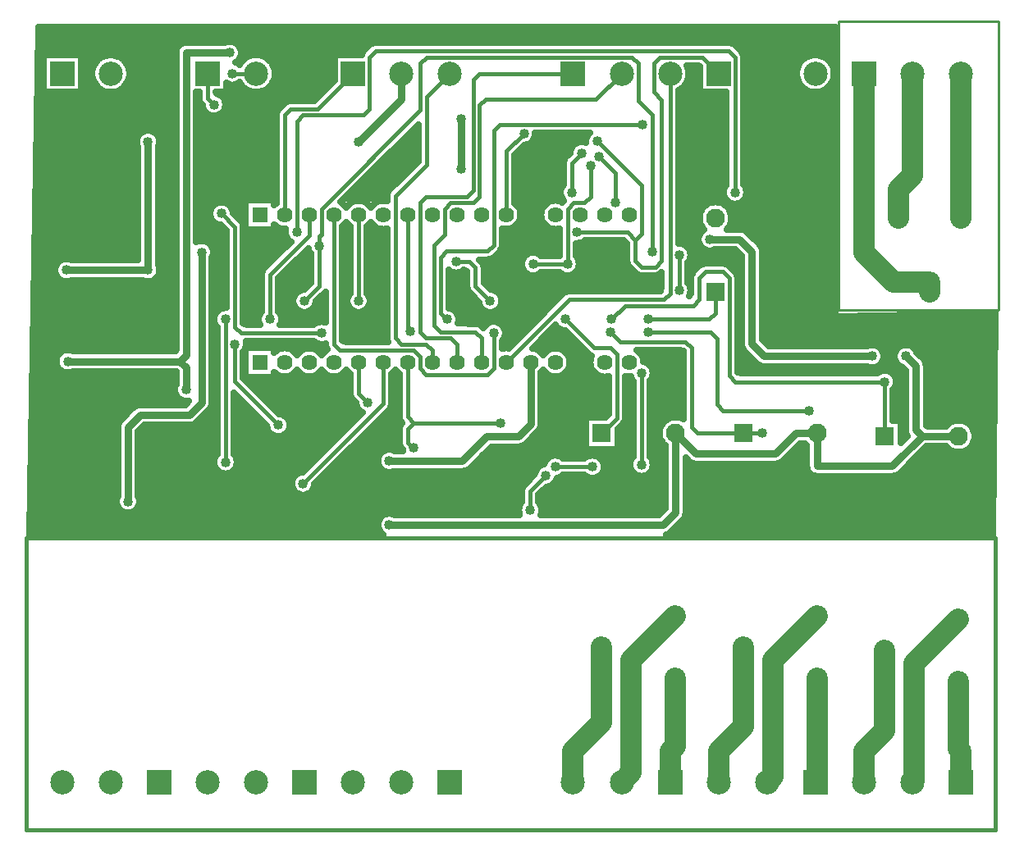
<source format=gbr>
%TF.GenerationSoftware,Novarm,DipTrace,3.0.0.2*%
%TF.CreationDate,2017-03-05T12:28:50+02:00*%
%FSLAX26Y26*%
%MOIN*%
%TF.FileFunction,Copper,L2,Bot*%
%TF.Part,Single*%
%TA.AperFunction,Conductor*%
%ADD14C,0.015*%
%ADD16C,0.03*%
%ADD18C,0.085*%
%ADD20C,0.025591*%
%TA.AperFunction,CopperBalancing*%
%ADD21C,0.025*%
%TA.AperFunction,Nonconductor*%
%ADD23C,0.01*%
%TA.AperFunction,ComponentPad*%
%ADD35R,0.06378X0.06378*%
%ADD36C,0.06378*%
%ADD37R,0.098425X0.098425*%
%ADD38C,0.098425*%
%ADD39C,0.076772*%
%ADD40R,0.076772X0.076772*%
%TA.AperFunction,ViaPad*%
%ADD50C,0.04*%
%TA.AperFunction,Nonconductor*%
%ADD98C,0.015*%
G75*
G01*
%LPD*%
X2681500Y2899394D2*
D14*
X2886165D1*
X2918390Y2867169D1*
Y2781500D1*
X2943390Y2756500D1*
X2999295D1*
X3024295Y2781500D1*
Y3436067D1*
X2992642Y3467720D1*
Y3585319D1*
X3017642Y3610319D1*
X3189492D1*
X3256205Y3543606D1*
X2918390Y2867169D2*
X2943390Y2892169D1*
Y3090338D1*
X2764728Y3269000D1*
X2771228Y3206500D2*
X2837764Y3139964D1*
Y3018390D1*
X2465890Y3299394D2*
X2394000Y3227504D1*
Y2969000D1*
X3880654Y2394000D2*
D16*
X3442386D1*
X3392386Y2444000D1*
Y2819000D1*
X3342386Y2869000D1*
X3220618D1*
X4231500Y2069000D2*
X4083114D1*
X4058114Y2094000D1*
Y2354040D1*
X4018154Y2394000D1*
X1919000Y1708606D2*
X3031500D1*
X3081500Y1758606D1*
Y2081500D1*
X1919000Y1968594D2*
X2215660D1*
X2315657Y2068591D1*
X2444000D1*
X2494000Y2118591D1*
Y2369000D1*
X1968803Y3543606D2*
Y3440299D1*
X1794000Y3265496D1*
X857508Y1803323D2*
Y2105594D1*
X907508Y2155594D1*
X1106500D1*
X1156500Y2205594D1*
Y2816894D1*
X3656500Y2081500D2*
Y1948114D1*
X3962228D1*
X4083114Y2069000D1*
X3081500Y2081500D2*
X3164886Y1998114D1*
X3486366D1*
X3569752Y2081500D1*
X3656500D1*
X2165654Y3543606D2*
D14*
X2070516Y3448469D1*
Y3172764D1*
X1943390Y3045638D1*
Y2468390D1*
X1968390Y2443390D1*
X2069000D1*
X2094000Y2418390D1*
Y2369000D1*
X2665654Y3543606D2*
X2284472D1*
X2259472Y3518606D1*
Y3068390D1*
X2234472Y3043390D1*
X2068390D1*
X2043390Y3018390D1*
Y2493390D1*
X2068390Y2468390D1*
X2169000D1*
X2194000Y2443390D1*
Y2369000D1*
X2862504Y3543606D2*
X2758069Y3439171D1*
X2309472D1*
X2284472Y3414171D1*
Y3043390D1*
X2259472Y3018390D1*
X2168390D1*
X2143390Y2993390D1*
Y2887327D1*
X2101972Y2845909D1*
Y2518390D1*
X2126972Y2493390D1*
X2269000D1*
X2294000Y2468390D1*
Y2369000D1*
X3059354Y3543606D2*
Y2650618D1*
X3034354Y2625618D1*
X2650618D1*
X2394000Y2369000D1*
X1494000Y2969000D2*
Y3374394D1*
X1519000Y3399394D1*
X1627740D1*
X1771953Y3543606D1*
X1794000Y2618803D2*
Y2969000D1*
X2343390Y2488409D2*
Y2344610D1*
X2318390Y2319610D1*
X2068390D1*
X2043390Y2344610D1*
Y2393390D1*
X2018390Y2418390D1*
X1719000D1*
X1694000Y2443390D1*
Y2969000D1*
X1434472Y2544197D2*
Y2726543D1*
X1594000Y2886071D1*
Y2969000D1*
X1094000Y2258508D2*
D16*
Y2348488D1*
X1069000Y2373488D1*
X613134D1*
X1270614Y3627819D2*
X1094000D1*
Y2398488D1*
X1069000Y2373488D1*
X2211972Y3360496D2*
Y3156697D1*
X2781500Y2081500D2*
D14*
X2843390Y2143390D1*
Y2403390D1*
X2818390Y2428390D1*
X2750224D1*
X2634614Y2544000D1*
X1236894Y2974020D2*
X1291028Y2919886D1*
Y2513606D1*
X1316028Y2488606D1*
X1644000D1*
X2735870Y3169000D2*
Y3043390D1*
X2710870Y3018390D1*
X2668390D1*
X2643390Y2993390D1*
Y2769000D1*
X2503528D1*
X2943390Y1953114D2*
Y2325236D1*
X2328528Y2618803D2*
X2269004Y2678327D1*
Y2754591D1*
X2244004Y2779591D1*
X2191028D1*
X2700870Y3219000D2*
X2660870Y3179000D1*
Y3059890D1*
X3322917D2*
Y3610319D1*
X3297917Y3635319D1*
X1863665D1*
X1838665Y3610319D1*
Y3399394D1*
X1813662Y3374391D1*
X1568390D1*
X1543390Y3349391D1*
Y2898992D1*
X2986795Y2819000D2*
Y3374394D1*
X2929217Y3431972D1*
Y3585319D1*
X2904217Y3610319D1*
X2070516D1*
X2045516Y3585319D1*
Y3394059D1*
X1643390Y2991933D1*
Y2890221D1*
X1634472Y2881303D1*
Y2843803D1*
Y2679000D1*
X1574472Y2619000D1*
X1467996Y2113980D2*
X1291028Y2290948D1*
Y2443390D1*
X1253528Y1963587D2*
Y2544598D1*
X2744000Y1944752D2*
X2592996D1*
X2555496Y1909394D2*
X2491028Y1844926D1*
Y1769000D1*
X607780Y2744197D2*
D16*
X938528D1*
Y3265496D1*
X2153528Y2544000D2*
D14*
X2126972Y2570556D1*
Y2795909D1*
X2151972Y2820909D1*
X2318390D1*
X2343390Y2845909D1*
Y3311894D1*
X2368390Y3336894D1*
X2618393D1*
X2948469D1*
X3435142Y2081500D2*
X3356500D1*
X3172386D1*
X3147386Y2106500D1*
Y2428390D1*
X3122386Y2453390D1*
X2855894D1*
X2818394Y2490890D1*
X2821972Y2544000D2*
X2878590Y2600618D1*
X3153118D1*
X3178118Y2625618D1*
Y2712386D1*
X3203118Y2737386D1*
X3274886D1*
X3299886Y2712386D1*
Y2315496D1*
X3324886Y2290496D1*
X3931500D1*
Y2069000D1*
X3244000Y2656500D2*
Y2569000D1*
X3219000Y2544000D1*
X2971972D1*
X3096854Y2661894D2*
Y2805890D1*
X3624748Y2172508D2*
X3274886D1*
X3249886Y2197508D1*
Y2465890D1*
X3224886Y2490890D1*
X2971972D1*
X2003528Y2494004D2*
X1994000Y2503532D1*
Y2969000D1*
X2665654Y661717D2*
D18*
Y788430D1*
X2781500Y904276D1*
Y1211421D1*
X2862504Y661717D2*
X2901500Y700713D1*
Y1157406D1*
X3081500Y1337406D1*
X3059354Y661717D2*
Y788429D1*
X3081500Y810575D1*
Y1085437D1*
X3256205Y661717D2*
Y788429D1*
X3356500Y888724D1*
Y1211421D1*
X3453055Y661717D2*
X3476500Y685161D1*
Y1157406D1*
X3656500Y1337406D1*
X3649906Y661717D2*
X3656500Y668311D1*
Y1085437D1*
X3846756Y661717D2*
Y788429D1*
X3931500Y873173D1*
Y1198921D1*
X4043606Y661717D2*
X4051500Y669610D1*
Y1144906D1*
X4231500Y1324906D1*
X4240457Y661717D2*
Y788429D1*
X4231500Y797386D1*
Y1072937D1*
X3846756Y3543606D2*
Y2814890D1*
X3966756Y2694890D1*
X4114079D1*
Y2656500D1*
X4043606Y3543606D2*
Y3127898D1*
X3988094Y3072386D1*
Y2956500D1*
X4240457Y3543606D2*
Y3177091D1*
X4240063Y3176697D1*
Y2956500D1*
X1281500Y3543606D2*
D14*
X1378252D1*
X1206697Y3417169D2*
X1181402Y3442464D1*
Y3543606D1*
X1794000Y2369000D2*
Y2242996D1*
X1830496Y2206500D1*
X1894000Y2369000D2*
Y2201953D1*
X1569000Y1876953D1*
X2019000Y2023594D2*
X2014000D1*
X1994000Y2043594D1*
Y2098591D1*
X2019000Y2123591D1*
X2370654D1*
X1994000Y2369000D2*
Y2148591D1*
X2019000Y2123591D1*
X943843Y2100594D2*
D16*
X912504Y2069255D1*
Y1998587D1*
X947504Y1963587D1*
X1022504D1*
X1575102Y3543606D2*
Y3662819D1*
X1550102Y3687819D1*
X1034551D1*
X984551Y3637819D1*
Y3543606D1*
X1575102Y3662819D2*
X1600103Y3687819D1*
X3403055D1*
X3453055Y3637819D1*
Y3543606D1*
X2494000Y3040890D2*
Y2969000D1*
X2201028Y2719591D2*
X2174472Y2693035D1*
Y2619000D1*
X2361972Y1844000D2*
X2365657Y1847685D1*
Y1949752D1*
X2415657Y1999752D1*
X2644000D1*
X2694000Y2049752D1*
Y2369000D1*
X1749472Y1769197D2*
X2287169D1*
X2361972Y1844000D1*
X1022504Y1963587D2*
X1216894Y1769197D1*
X1749472D1*
X984551Y3543606D2*
Y3324985D1*
X993528Y3316008D1*
Y3110890D1*
X3577268Y3122504D2*
Y2932890D1*
X3524492Y2880114D1*
Y2504669D1*
X3453055Y3543606D2*
Y3246717D1*
X3577268Y3122504D1*
X2351028Y2769000D2*
D20*
X2448430Y2671598D1*
X2666126D1*
X2813528Y2819000D1*
X2494000Y2969000D2*
D16*
Y2857445D1*
X2427114Y2790559D1*
Y2769000D1*
X2351028D1*
D50*
X2681500Y2899394D3*
X2764728Y3269000D3*
X2837764Y3018390D3*
X2771228Y3206500D3*
X2465890Y3299394D3*
X3220618Y2869000D3*
X4018154Y2394000D3*
X1919000Y1968594D3*
X1794000Y3265496D3*
X1156500Y2816894D3*
X857508Y1803323D3*
X3880654Y2394000D3*
X1919000Y1708606D3*
X1794000Y2618803D3*
X2343390Y2488409D3*
X1434472Y2544197D3*
X613134Y2373488D3*
X1094000Y2258508D3*
X2211972Y3156697D3*
X1270614Y3627819D3*
X2211972Y3360496D3*
X2634614Y2544000D3*
X1644000Y2488606D3*
X1236894Y2974020D3*
X2503528Y2769000D3*
X2735870Y3169000D3*
X2643390Y2769000D3*
X2943390Y2325236D3*
Y1953114D3*
X2191028Y2779591D3*
X2328528Y2618803D3*
X2660870Y3059890D3*
X2700870Y3219000D3*
X1543390Y2898992D3*
X3322917Y3059890D3*
X1574472Y2619000D3*
X2986795Y2819000D3*
X1634472Y2843803D3*
X1291028Y2443390D3*
X1467996Y2113980D3*
X1253528Y2544598D3*
Y1963587D3*
X2592996Y1944752D3*
X2744000D3*
X2491028Y1769000D3*
X2555496Y1909394D3*
X938528Y3265496D3*
Y2744197D3*
X607780D3*
X2153528Y2544000D3*
X2948469Y3336894D3*
X2818394Y2490890D3*
X3435142Y2081500D3*
X2821972Y2544000D3*
X3931500Y2290496D3*
X2971972Y2544000D3*
X3096854Y2805890D3*
Y2661894D3*
X2971972Y2490890D3*
X3624748Y2172508D3*
X2003528Y2494004D3*
X1281500Y3543606D3*
X1206697Y3417169D3*
X1830496Y2206500D3*
X1569000Y1876953D3*
X2370654Y2123591D3*
X2019000Y2023594D3*
X993528Y3110890D3*
X2813528Y2819000D3*
X1022504Y1963587D3*
X943843Y2100594D3*
X3577268Y3122504D3*
X2494000Y3040890D3*
X1749472Y1769197D3*
X3524492Y2504669D3*
X2174472Y2619000D3*
X2201028Y2719591D3*
X2361972Y1844000D3*
X2351028Y2769000D3*
X495841Y3706631D2*
D21*
X3729024D1*
X495401Y3681762D2*
X3729024D1*
X494913Y3656894D2*
X1061886D1*
X1309415D2*
X1834688D1*
X3326896D2*
X3729024D1*
X494474Y3632025D2*
X1050216D1*
X1319425D2*
X1810030D1*
X3351554D2*
X3729024D1*
X494034Y3607156D2*
X512618D1*
X669083D2*
X744063D1*
X831339D2*
X1050021D1*
X1314786D2*
X1334591D1*
X1421915D2*
X1693722D1*
X3359415D2*
X3606271D1*
X3693546D2*
X3729024D1*
X493595Y3582287D2*
X512618D1*
X669083D2*
X720138D1*
X855265D2*
X1050021D1*
X1445841D2*
X1693722D1*
X3359415D2*
X3582296D1*
X493155Y3557419D2*
X512618D1*
X669083D2*
X710763D1*
X864640D2*
X1050021D1*
X1455216D2*
X1693722D1*
X3136319D2*
X3177999D1*
X3359415D2*
X3572970D1*
X492716Y3532550D2*
X512618D1*
X669083D2*
X710323D1*
X865079D2*
X1050021D1*
X1455655D2*
X1693722D1*
X3136759D2*
X3177999D1*
X3359415D2*
X3572481D1*
X492276Y3507681D2*
X512618D1*
X669083D2*
X718575D1*
X856827D2*
X1050021D1*
X1447403D2*
X1685470D1*
X3128507D2*
X3177999D1*
X3359415D2*
X3580782D1*
X491788Y3482812D2*
X512618D1*
X669083D2*
X740060D1*
X835343D2*
X1050021D1*
X1259610D2*
X1330636D1*
X1425870D2*
X1660616D1*
X3106974D2*
X3177999D1*
X3359415D2*
X3602267D1*
X3697550D2*
X3729024D1*
X491349Y3457944D2*
X1050021D1*
X1231534D2*
X1635714D1*
X3095841D2*
X3286446D1*
X3359415D2*
X3729024D1*
X490909Y3433075D2*
X1050021D1*
X1252872D2*
X1511935D1*
X3095841D2*
X3286446D1*
X3359415D2*
X3729024D1*
X490470Y3408206D2*
X1050021D1*
X1137979D2*
X1158565D1*
X1254825D2*
X1477267D1*
X3095841D2*
X3286446D1*
X3359415D2*
X3729024D1*
X490030Y3383337D2*
X1050021D1*
X1137979D2*
X1172286D1*
X1241104D2*
X1458712D1*
X3095841D2*
X3286446D1*
X3359415D2*
X3729024D1*
X489591Y3358469D2*
X1050021D1*
X1137979D2*
X1457491D1*
X3095841D2*
X3286446D1*
X3359415D2*
X3729024D1*
X489151Y3333600D2*
X1050021D1*
X1137979D2*
X1457491D1*
X3095841D2*
X3286446D1*
X3359415D2*
X3729024D1*
X488663Y3308731D2*
X918917D1*
X958146D2*
X1050021D1*
X1137979D2*
X1457491D1*
X2010733D2*
X2034005D1*
X3095841D2*
X3286446D1*
X3359415D2*
X3729024D1*
X488224Y3283862D2*
X893331D1*
X983731D2*
X1050021D1*
X1137979D2*
X1457491D1*
X1985880D2*
X2034005D1*
X2512198D2*
X2718185D1*
X3095841D2*
X3286446D1*
X3359415D2*
X3729024D1*
X487784Y3258993D2*
X889962D1*
X987052D2*
X1050021D1*
X1137979D2*
X1457491D1*
X1961026D2*
X2034005D1*
X2491397D2*
X2674630D1*
X3095841D2*
X3286446D1*
X3359415D2*
X3729024D1*
X487345Y3234125D2*
X894552D1*
X982511D2*
X1050021D1*
X1137979D2*
X1457491D1*
X1936124D2*
X2034005D1*
X2451163D2*
X2654415D1*
X3095841D2*
X3286446D1*
X3359415D2*
X3729024D1*
X486905Y3209256D2*
X894552D1*
X982511D2*
X1050021D1*
X1137979D2*
X1457491D1*
X1911271D2*
X2034005D1*
X2430509D2*
X2640548D1*
X3095841D2*
X3286446D1*
X3359415D2*
X3729024D1*
X486466Y3184387D2*
X894552D1*
X982511D2*
X1050021D1*
X1137979D2*
X1457491D1*
X1886417D2*
X2031563D1*
X2430509D2*
X2624825D1*
X3095841D2*
X3286446D1*
X3359415D2*
X3729024D1*
X486026Y3159518D2*
X894552D1*
X982511D2*
X1050021D1*
X1137979D2*
X1457491D1*
X1861563D2*
X2006710D1*
X2430509D2*
X2624386D1*
X3095841D2*
X3286446D1*
X3359415D2*
X3729024D1*
X485538Y3134650D2*
X894552D1*
X982511D2*
X1050021D1*
X1137979D2*
X1457491D1*
X1836661D2*
X1981856D1*
X2430509D2*
X2624386D1*
X3095841D2*
X3286446D1*
X3359415D2*
X3729024D1*
X485099Y3109781D2*
X894552D1*
X982511D2*
X1050021D1*
X1137979D2*
X1457491D1*
X1811808D2*
X1956954D1*
X2430509D2*
X2624386D1*
X3095841D2*
X3286446D1*
X3359415D2*
X3729024D1*
X484659Y3084912D2*
X894552D1*
X982511D2*
X1050021D1*
X1137979D2*
X1457491D1*
X1786954D2*
X1932101D1*
X2430509D2*
X2619161D1*
X3095841D2*
X3281222D1*
X3364591D2*
X3729024D1*
X484220Y3060043D2*
X894552D1*
X982511D2*
X1050021D1*
X1137979D2*
X1457491D1*
X1762052D2*
X1910128D1*
X2430509D2*
X2611886D1*
X3095841D2*
X3273897D1*
X3371915D2*
X3729024D1*
X483780Y3035175D2*
X894552D1*
X982511D2*
X1050021D1*
X1137979D2*
X1457491D1*
X1737198D2*
X1906905D1*
X2430509D2*
X2618966D1*
X3095841D2*
X3281026D1*
X3364786D2*
X3729024D1*
X483341Y3010306D2*
X894552D1*
X982511D2*
X1050021D1*
X1137979D2*
X1205294D1*
X1268497D2*
X1333126D1*
X2437784D2*
X2550216D1*
X3095841D2*
X3205245D1*
X3282755D2*
X3729024D1*
X482853Y2985437D2*
X894552D1*
X982511D2*
X1050021D1*
X1137979D2*
X1189327D1*
X1284464D2*
X1333126D1*
X2452530D2*
X2535470D1*
X3095841D2*
X3183419D1*
X3304581D2*
X3729024D1*
X482413Y2960568D2*
X894552D1*
X982511D2*
X1050021D1*
X1137979D2*
X1189864D1*
X1300919D2*
X1333126D1*
X2454288D2*
X2533712D1*
X3095841D2*
X3176729D1*
X3311271D2*
X3729024D1*
X481974Y2935699D2*
X894552D1*
X982511D2*
X1050021D1*
X1137979D2*
X1208077D1*
X2444474D2*
X2543526D1*
X3095841D2*
X3180050D1*
X3307950D2*
X3729024D1*
X481534Y2910831D2*
X894552D1*
X982511D2*
X1050021D1*
X1137979D2*
X1249532D1*
X1454874D2*
X1486446D1*
X1730509D2*
X1757491D1*
X1830509D2*
X1886446D1*
X2401541D2*
X2586446D1*
X3095841D2*
X3195431D1*
X3292569D2*
X3729024D1*
X481095Y2885962D2*
X894552D1*
X982511D2*
X1050021D1*
X1137979D2*
X1254562D1*
X1327530D2*
X1496261D1*
X1730509D2*
X1757491D1*
X1830509D2*
X1906905D1*
X2379874D2*
X2606905D1*
X3095841D2*
X3174825D1*
X3386612D2*
X3729024D1*
X480655Y2861093D2*
X894552D1*
X982511D2*
X1050021D1*
X1173429D2*
X1254562D1*
X1327530D2*
X1513937D1*
X1730509D2*
X1757491D1*
X1830509D2*
X1906905D1*
X2379874D2*
X2606905D1*
X2710392D2*
X2873897D1*
X3095841D2*
X3172286D1*
X3411466D2*
X3729024D1*
X480216Y2836224D2*
X894552D1*
X982511D2*
X1050021D1*
X1201310D2*
X1254562D1*
X1327530D2*
X1493575D1*
X1730509D2*
X1757491D1*
X1830509D2*
X1906905D1*
X2378458D2*
X2606905D1*
X2679874D2*
X2881905D1*
X3134610D2*
X3185128D1*
X3432608D2*
X3729024D1*
X479728Y2811356D2*
X894552D1*
X982511D2*
X1050021D1*
X1205167D2*
X1254562D1*
X1327530D2*
X1468722D1*
X1569864D2*
X1597970D1*
X1730509D2*
X1757491D1*
X1830509D2*
X1906905D1*
X2359415D2*
X2481856D1*
X2525235D2*
X2606905D1*
X2679874D2*
X2881905D1*
X3145548D2*
X3338839D1*
X3436368D2*
X3729024D1*
X479288Y2786487D2*
X585958D1*
X629630D2*
X894552D1*
X982511D2*
X1050021D1*
X1200479D2*
X1254562D1*
X1327530D2*
X1443868D1*
X1544962D2*
X1597970D1*
X1730509D2*
X1757491D1*
X1830509D2*
X1906905D1*
X2287687D2*
X2457931D1*
X2688956D2*
X2881905D1*
X3141593D2*
X3348409D1*
X3436368D2*
X3729024D1*
X478849Y2761618D2*
X562179D1*
X984122D2*
X1050021D1*
X1200479D2*
X1254562D1*
X1327530D2*
X1418966D1*
X1520108D2*
X1597970D1*
X1730509D2*
X1757491D1*
X1830509D2*
X1906905D1*
X2304776D2*
X2455099D1*
X2691788D2*
X2888302D1*
X3133341D2*
X3176778D1*
X3301212D2*
X3348409D1*
X3436368D2*
X3729024D1*
X478409Y2736749D2*
X559396D1*
X986905D2*
X1050021D1*
X1200479D2*
X1254562D1*
X1327530D2*
X1399532D1*
X1495255D2*
X1597970D1*
X1730509D2*
X1757491D1*
X1830509D2*
X1906905D1*
X2211612D2*
X2232540D1*
X2305509D2*
X2467550D1*
X2679386D2*
X2912569D1*
X3133341D2*
X3151925D1*
X3326065D2*
X3348409D1*
X3436368D2*
X3729024D1*
X477970Y2711881D2*
X571847D1*
X974454D2*
X1050021D1*
X1200479D2*
X1254562D1*
X1327530D2*
X1397970D1*
X1470938D2*
X1597970D1*
X1730509D2*
X1757491D1*
X1830509D2*
X1906905D1*
X2163468D2*
X2232540D1*
X2305509D2*
X3022872D1*
X3436368D2*
X3729024D1*
X477530Y2687012D2*
X1050021D1*
X1200479D2*
X1254562D1*
X1327530D2*
X1397970D1*
X1470938D2*
X1591915D1*
X1730509D2*
X1757491D1*
X1830509D2*
X1906905D1*
X2163468D2*
X2232540D1*
X2310880D2*
X3022872D1*
X3436368D2*
X3729024D1*
X477091Y2662143D2*
X1050021D1*
X1200479D2*
X1254562D1*
X1327530D2*
X1397970D1*
X1470938D2*
X1554610D1*
X1730509D2*
X1757491D1*
X1830509D2*
X1906905D1*
X2163468D2*
X2236642D1*
X2347892D2*
X3020333D1*
X3436368D2*
X3729024D1*
X476603Y2637274D2*
X1050021D1*
X1200479D2*
X1254562D1*
X1327530D2*
X1397970D1*
X1470938D2*
X1529220D1*
X1643302D2*
X1657491D1*
X1730509D2*
X1748849D1*
X1839151D2*
X1906905D1*
X2163468D2*
X2259493D1*
X2373722D2*
X2611690D1*
X3436368D2*
X3729024D1*
X476163Y2612406D2*
X1050021D1*
X1200479D2*
X1254562D1*
X1327530D2*
X1397970D1*
X1470938D2*
X1525948D1*
X1622989D2*
X1657491D1*
X1730509D2*
X1745431D1*
X1842569D2*
X1906905D1*
X2163468D2*
X2279952D1*
X2377091D2*
X2586837D1*
X3436368D2*
X3729024D1*
X475724Y2587537D2*
X1050021D1*
X1200479D2*
X1233175D1*
X1327530D2*
X1397970D1*
X1470938D2*
X1537716D1*
X1611222D2*
X1657491D1*
X1730509D2*
X1757101D1*
X1830899D2*
X1906905D1*
X2172354D2*
X2291622D1*
X2365470D2*
X2561983D1*
X3436368D2*
X3729024D1*
X475284Y2562668D2*
X1050021D1*
X1327530D2*
X1389278D1*
X1479630D2*
X1657491D1*
X1730509D2*
X1906905D1*
X2198624D2*
X2537081D1*
X3436368D2*
X3729024D1*
X4067374D2*
X4378731D1*
X474845Y2537799D2*
X1050021D1*
X1327530D2*
X1385909D1*
X1483048D2*
X1657491D1*
X1730509D2*
X1906905D1*
X2202091D2*
X2512228D1*
X3436368D2*
X4378390D1*
X474405Y2512930D2*
X1050021D1*
X1200479D2*
X1216964D1*
X1730509D2*
X1906905D1*
X2385392D2*
X2487374D1*
X3436368D2*
X4378048D1*
X473917Y2488062D2*
X1050021D1*
X1200479D2*
X1217062D1*
X1730509D2*
X1906905D1*
X2392374D2*
X2462521D1*
X2563614D2*
X2640011D1*
X3436368D2*
X4377755D1*
X473478Y2463193D2*
X1050021D1*
X1200479D2*
X1217062D1*
X1730509D2*
X1907296D1*
X2384952D2*
X2437618D1*
X2538761D2*
X2664864D1*
X3436368D2*
X4377413D1*
X473038Y2438324D2*
X1050021D1*
X1200479D2*
X1217062D1*
X1339737D2*
X1657882D1*
X2379874D2*
X2412765D1*
X2513907D2*
X2689718D1*
X3459220D2*
X3864083D1*
X3897208D2*
X4001583D1*
X4034708D2*
X4377071D1*
X472599Y2413455D2*
X586886D1*
X1200479D2*
X1217062D1*
X1534366D2*
X1553663D1*
X1634366D2*
X1653663D1*
X2534366D2*
X2553663D1*
X2634366D2*
X2714571D1*
X2934366D2*
X3110909D1*
X3336368D2*
X3361739D1*
X3925382D2*
X3973409D1*
X4062882D2*
X4376729D1*
X472159Y2388587D2*
X566671D1*
X1200479D2*
X1217062D1*
X2651505D2*
X2736495D1*
X2951505D2*
X3110909D1*
X3336368D2*
X3386642D1*
X3929337D2*
X3969454D1*
X4084757D2*
X4376388D1*
X471720Y2363718D2*
X565157D1*
X1200479D2*
X1217062D1*
X2654630D2*
X2733370D1*
X2972013D2*
X3110909D1*
X3336368D2*
X3411544D1*
X3918448D2*
X3980343D1*
X4100968D2*
X4376046D1*
X471280Y2338849D2*
X579610D1*
X1200479D2*
X1217062D1*
X2646524D2*
X2741476D1*
X2990372D2*
X3110909D1*
X3336368D2*
X4012130D1*
X4102091D2*
X4375704D1*
X470792Y2313980D2*
X1050021D1*
X1200479D2*
X1217062D1*
X1454874D2*
X1471944D1*
X1516056D2*
X1571944D1*
X1616056D2*
X1671944D1*
X1716056D2*
X1757491D1*
X1930509D2*
X1957491D1*
X2537979D2*
X2571944D1*
X2616056D2*
X2771944D1*
X2991007D2*
X3110909D1*
X3974112D2*
X4014132D1*
X4102091D2*
X4375362D1*
X470353Y2289112D2*
X1050021D1*
X1200479D2*
X1217062D1*
X1343448D2*
X1757491D1*
X1930509D2*
X1957491D1*
X2537979D2*
X2806905D1*
X2879874D2*
X2906905D1*
X2979874D2*
X3110909D1*
X3980460D2*
X4014132D1*
X4102091D2*
X4375069D1*
X469913Y2264243D2*
X1045333D1*
X1200479D2*
X1217062D1*
X1368302D2*
X1757491D1*
X1930509D2*
X1957491D1*
X2537979D2*
X2806905D1*
X2879874D2*
X2906905D1*
X2979874D2*
X3110909D1*
X3972403D2*
X4014132D1*
X4102091D2*
X4374728D1*
X469474Y2239374D2*
X1049142D1*
X1200479D2*
X1217062D1*
X1393155D2*
X1757687D1*
X1930509D2*
X1957491D1*
X2537979D2*
X2806905D1*
X2879874D2*
X2906905D1*
X2979874D2*
X3110909D1*
X3968009D2*
X4014132D1*
X4102091D2*
X4374386D1*
X469034Y2214505D2*
X1076485D1*
X1200479D2*
X1217062D1*
X1290030D2*
X1316915D1*
X1418058D2*
X1771944D1*
X1930509D2*
X1957491D1*
X2537979D2*
X2806905D1*
X2879874D2*
X2906905D1*
X2979874D2*
X3110909D1*
X3968009D2*
X4014132D1*
X4102091D2*
X4374044D1*
X468595Y2189636D2*
X881319D1*
X1197306D2*
X1217062D1*
X1290030D2*
X1341769D1*
X1442911D2*
X1784640D1*
X1928165D2*
X1957491D1*
X2537979D2*
X2806905D1*
X2879874D2*
X2906905D1*
X2979874D2*
X3110909D1*
X3968009D2*
X4014132D1*
X4102091D2*
X4373702D1*
X468155Y2164768D2*
X855489D1*
X1176847D2*
X1217062D1*
X1290030D2*
X1366622D1*
X1467765D2*
X1806271D1*
X1907364D2*
X1957491D1*
X2537979D2*
X2806905D1*
X2879874D2*
X2906905D1*
X2979874D2*
X3110909D1*
X3968009D2*
X4014132D1*
X4102091D2*
X4373360D1*
X467667Y2139899D2*
X830636D1*
X1151993D2*
X1217062D1*
X1290030D2*
X1391524D1*
X1509122D2*
X1781368D1*
X1882511D2*
X1958663D1*
X2537979D2*
X2714132D1*
X2879679D2*
X2906905D1*
X2979874D2*
X3050704D1*
X3968009D2*
X4014132D1*
X4102091D2*
X4373019D1*
X467228Y2115030D2*
X814620D1*
X1117716D2*
X1217062D1*
X1290030D2*
X1416378D1*
X1516983D2*
X1756515D1*
X1857657D2*
X1961739D1*
X2537833D2*
X2714132D1*
X2865616D2*
X2906905D1*
X2979874D2*
X3023458D1*
X3998868D2*
X4014157D1*
X4102091D2*
X4183272D1*
X4279728D2*
X4372677D1*
X466788Y2090161D2*
X813497D1*
X903263D2*
X1217062D1*
X1290030D2*
X1425558D1*
X1510440D2*
X1731661D1*
X1832755D2*
X1957491D1*
X2526700D2*
X2714132D1*
X2848868D2*
X2906905D1*
X2979874D2*
X3014718D1*
X3998868D2*
X4014334D1*
X4295353D2*
X4372335D1*
X466349Y2065293D2*
X813497D1*
X901505D2*
X1217062D1*
X1290030D2*
X1706759D1*
X1807901D2*
X1957491D1*
X2501896D2*
X2714132D1*
X2848868D2*
X2906905D1*
X2979874D2*
X3016183D1*
X3998868D2*
X4018233D1*
X4298771D2*
X4372042D1*
X465909Y2040424D2*
X813497D1*
X901505D2*
X1217062D1*
X1290030D2*
X1681905D1*
X1783048D2*
X1957638D1*
X2476993D2*
X2714132D1*
X2848868D2*
X2906905D1*
X2979874D2*
X3028780D1*
X4292276D2*
X4371700D1*
X465470Y2015555D2*
X813497D1*
X901505D2*
X1217062D1*
X1290030D2*
X1657052D1*
X1758146D2*
X1970724D1*
X2323771D2*
X2906905D1*
X2979874D2*
X3037521D1*
X3564981D2*
X3612521D1*
X4090860D2*
X4192208D1*
X4270792D2*
X4371358D1*
X464981Y1990686D2*
X813497D1*
X901505D2*
X1213253D1*
X1293839D2*
X1632149D1*
X1733292D2*
X1875606D1*
X2298917D2*
X2583272D1*
X2602725D2*
X2734249D1*
X2753715D2*
X2906905D1*
X2979874D2*
X3037521D1*
X3540128D2*
X3612521D1*
X4065958D2*
X4371017D1*
X464542Y1965818D2*
X813497D1*
X901505D2*
X1204562D1*
X1302481D2*
X1607296D1*
X1708438D2*
X1870089D1*
X2274063D2*
X2549044D1*
X2787931D2*
X2896163D1*
X2990616D2*
X3037521D1*
X3514884D2*
X3612521D1*
X4041104D2*
X4370675D1*
X464103Y1940949D2*
X813497D1*
X901505D2*
X1210421D1*
X1296622D2*
X1582442D1*
X1683585D2*
X1879122D1*
X2249210D2*
X2518819D1*
X2792862D2*
X2896017D1*
X2990763D2*
X3037521D1*
X3125479D2*
X3613155D1*
X4016251D2*
X4370333D1*
X463663Y1916080D2*
X813497D1*
X901505D2*
X1541378D1*
X1658683D2*
X2507003D1*
X2783097D2*
X2912765D1*
X2974015D2*
X3037521D1*
X3125479D2*
X3627657D1*
X3991104D2*
X4369991D1*
X463224Y1891211D2*
X813497D1*
X901505D2*
X1522237D1*
X1633829D2*
X2486739D1*
X2600772D2*
X3037521D1*
X3125479D2*
X4369649D1*
X462784Y1866343D2*
X813497D1*
X901505D2*
X1521212D1*
X1616788D2*
X2462130D1*
X2575577D2*
X3037521D1*
X3125479D2*
X4369356D1*
X462345Y1841474D2*
X813497D1*
X901505D2*
X1536446D1*
X1601554D2*
X2454562D1*
X2538126D2*
X3037521D1*
X3125479D2*
X4369015D1*
X461856Y1816605D2*
X810470D1*
X904581D2*
X2454562D1*
X2527530D2*
X3037521D1*
X3125479D2*
X4368673D1*
X461417Y1791736D2*
X809981D1*
X905021D2*
X2447970D1*
X2534073D2*
X3037521D1*
X3125479D2*
X4368331D1*
X460978Y1766867D2*
X826144D1*
X888858D2*
X2442062D1*
X2539981D2*
X3028585D1*
X3125479D2*
X4367989D1*
X460538Y1741999D2*
X1884151D1*
X3122013D2*
X4367647D1*
X460099Y1717130D2*
X1870772D1*
X3101212D2*
X4367306D1*
X459659Y1692261D2*
X1872970D1*
X3076310D2*
X4366964D1*
X1348110Y3027390D2*
X1452390D1*
Y3009958D1*
X1460022Y3016467D1*
X1460105Y3377062D1*
X1460939Y3382331D1*
X1462588Y3387405D1*
X1465010Y3392159D1*
X1468146Y3396475D1*
X1494958Y3423436D1*
X1499015Y3426901D1*
X1503564Y3429688D1*
X1508493Y3431730D1*
X1513681Y3432976D1*
X1519000Y3433394D1*
X1613678D1*
X1696265Y3516002D1*
X1696240Y3619319D1*
X1805859D1*
X1808371Y3625755D1*
X1811158Y3630304D1*
X1814623Y3634361D1*
X1841584Y3661173D1*
X1845900Y3664309D1*
X1850654Y3666731D1*
X1855728Y3668380D1*
X1860997Y3669214D1*
X1963665Y3669319D1*
X3300585Y3669214D1*
X3305854Y3668380D1*
X3310928Y3666731D1*
X3315682Y3664309D1*
X3319998Y3661173D1*
X3346959Y3634361D1*
X3350424Y3630304D1*
X3353211Y3625755D1*
X3355253Y3620826D1*
X3356498Y3615638D1*
X3356917Y3610319D1*
Y3091618D1*
X3362565Y3084186D1*
X3365877Y3077685D1*
X3368132Y3070745D1*
X3369274Y3063538D1*
Y3056242D1*
X3368132Y3049035D1*
X3365877Y3042095D1*
X3362565Y3035594D1*
X3358276Y3029691D1*
X3353116Y3024531D1*
X3347213Y3020242D1*
X3340712Y3016930D1*
X3333772Y3014675D1*
X3326565Y3013533D1*
X3319269D1*
X3312062Y3014675D1*
X3305122Y3016930D1*
X3298621Y3020242D1*
X3292718Y3024531D1*
X3287558Y3029691D1*
X3283269Y3035594D1*
X3279957Y3042095D1*
X3277702Y3049035D1*
X3276560Y3056242D1*
Y3063538D1*
X3277702Y3070745D1*
X3279957Y3077685D1*
X3283269Y3084186D1*
X3287558Y3090089D1*
X3288923Y3091566D1*
X3288917Y3467849D1*
X3180492Y3467894D1*
Y3571263D1*
X3175367Y3576361D1*
X3127627Y3576319D1*
X3131361Y3567003D1*
X3134135Y3555450D1*
X3135067Y3543606D1*
X3134135Y3531762D1*
X3131361Y3520210D1*
X3126815Y3509233D1*
X3120607Y3499104D1*
X3112891Y3490069D1*
X3103857Y3482354D1*
X3093326Y3475961D1*
X3093354Y2852249D1*
X3100502Y2852247D1*
X3107709Y2851105D1*
X3114649Y2848850D1*
X3121150Y2845538D1*
X3127053Y2841249D1*
X3132213Y2836089D1*
X3136502Y2830186D1*
X3139814Y2823685D1*
X3142069Y2816745D1*
X3143211Y2809538D1*
Y2802242D1*
X3142069Y2795035D1*
X3139814Y2788095D1*
X3136502Y2781594D1*
X3132213Y2775691D1*
X3130848Y2774214D1*
X3130854Y2693634D1*
X3136502Y2686190D1*
X3139814Y2679689D1*
X3142069Y2672749D1*
X3143211Y2665542D1*
Y2658246D1*
X3142069Y2651039D1*
X3139814Y2644099D1*
X3136502Y2637598D1*
X3144118Y2650618D1*
X3144223Y2715054D1*
X3145057Y2720323D1*
X3146706Y2725397D1*
X3149128Y2730151D1*
X3152264Y2734467D1*
X3179076Y2761428D1*
X3183133Y2764893D1*
X3187682Y2767680D1*
X3192611Y2769722D1*
X3197799Y2770967D1*
X3203118Y2771386D1*
X3277554Y2771281D1*
X3282823Y2770447D1*
X3287897Y2768798D1*
X3292651Y2766376D1*
X3296967Y2763240D1*
X3323928Y2736428D1*
X3327393Y2732371D1*
X3330180Y2727822D1*
X3332222Y2722893D1*
X3333467Y2717705D1*
X3333886Y2712386D1*
Y2329525D1*
X3349886Y2324496D1*
X3899740D1*
X3907204Y2330144D1*
X3913705Y2333456D1*
X3920645Y2335711D1*
X3927852Y2336853D1*
X3935148D1*
X3942355Y2335711D1*
X3949295Y2333456D1*
X3955796Y2330144D1*
X3961699Y2325855D1*
X3966859Y2320695D1*
X3971148Y2314792D1*
X3974460Y2308291D1*
X3976715Y2301351D1*
X3977857Y2294144D1*
Y2286848D1*
X3976715Y2279641D1*
X3974460Y2272701D1*
X3971148Y2266200D1*
X3966859Y2260297D1*
X3965494Y2258820D1*
X3965500Y2133904D1*
X3996386Y2133886D1*
Y2040966D1*
X4024759Y2069335D1*
X4021137Y2075159D1*
X4018645Y2081176D1*
X4017125Y2087508D1*
X4016614Y2094000D1*
Y2336822D1*
X4003668Y2349796D1*
X3997043Y2352568D1*
X3990822Y2356381D1*
X3985274Y2361120D1*
X3980535Y2366668D1*
X3976722Y2372889D1*
X3973930Y2379631D1*
X3972226Y2386726D1*
X3971654Y2394000D1*
X3972226Y2401274D1*
X3973930Y2408369D1*
X3976722Y2415111D1*
X3980535Y2421332D1*
X3985274Y2426880D1*
X3990822Y2431619D1*
X3997043Y2435432D1*
X4003785Y2438224D1*
X4010880Y2439928D1*
X4018154Y2440500D1*
X4025428Y2439928D1*
X4032523Y2438224D1*
X4039265Y2435432D1*
X4045486Y2431619D1*
X4051034Y2426880D1*
X4055773Y2421332D1*
X4059586Y2415111D1*
X4062334Y2408490D1*
X4089671Y2380992D1*
X4093499Y2375724D1*
X4096455Y2369921D1*
X4098467Y2363728D1*
X4099486Y2357296D1*
X4099614Y2291540D1*
Y2111218D1*
X4108114Y2110500D1*
X4181600D1*
X4189360Y2118340D1*
X4197597Y2124324D1*
X4206669Y2128947D1*
X4216353Y2132093D1*
X4226409Y2133686D1*
X4236591D1*
X4246647Y2132093D1*
X4256331Y2128947D1*
X4265403Y2124324D1*
X4273640Y2118340D1*
X4280840Y2111140D1*
X4286824Y2102903D1*
X4291447Y2093831D1*
X4294593Y2084147D1*
X4296186Y2074091D1*
Y2063909D1*
X4294593Y2053853D1*
X4291447Y2044169D1*
X4286824Y2035097D1*
X4280840Y2026860D1*
X4273640Y2019660D1*
X4265403Y2013676D1*
X4256331Y2009053D1*
X4246647Y2005907D1*
X4236591Y2004314D1*
X4226409D1*
X4216353Y2005907D1*
X4206669Y2009053D1*
X4197597Y2013676D1*
X4189360Y2019660D1*
X4181655Y2027501D1*
X4100299Y2027500D1*
X3989180Y1916557D1*
X3983912Y1912729D1*
X3978109Y1909773D1*
X3971916Y1907761D1*
X3965484Y1906742D1*
X3899728Y1906614D1*
X3653244Y1906742D1*
X3646812Y1907761D1*
X3640619Y1909773D1*
X3634816Y1912729D1*
X3629548Y1916557D1*
X3624943Y1921162D1*
X3621115Y1926430D1*
X3618159Y1932233D1*
X3616147Y1938426D1*
X3615128Y1944858D1*
X3615000Y2010614D1*
Y2031659D1*
X3607160Y2039360D1*
X3606500Y2040000D1*
X3586920D1*
X3513318Y1966557D1*
X3508050Y1962729D1*
X3502247Y1959773D1*
X3496054Y1957761D1*
X3489622Y1956742D1*
X3423866Y1956614D1*
X3161630Y1956742D1*
X3155198Y1957761D1*
X3149005Y1959773D1*
X3143202Y1962729D1*
X3137934Y1966557D1*
X3123008Y1981302D1*
X3122872Y1755350D1*
X3121853Y1748918D1*
X3119841Y1742725D1*
X3116885Y1736922D1*
X3113057Y1731654D1*
X3066651Y1685067D1*
X3058452Y1677049D1*
X3053184Y1673221D1*
X3047381Y1670265D1*
X3044000Y1669000D1*
X4369170Y1669168D1*
X4381326Y2568744D1*
X3742282Y2556619D1*
X3738540Y2557755D1*
X3735333Y2559993D1*
X3732974Y2563112D1*
X3731694Y2566808D1*
X3731500Y2581500D1*
Y3731500D1*
X493774Y3731278D1*
X456726Y1668964D1*
X1894635Y1669000D1*
X1888801Y1673247D1*
X1883641Y1678407D1*
X1879352Y1684310D1*
X1876040Y1690811D1*
X1873785Y1697751D1*
X1872643Y1704958D1*
Y1712254D1*
X1873785Y1719461D1*
X1876040Y1726401D1*
X1879352Y1732902D1*
X1883641Y1738805D1*
X1888801Y1743965D1*
X1894704Y1748254D1*
X1901205Y1751566D1*
X1908145Y1753821D1*
X1915352Y1754963D1*
X1922648D1*
X1929855Y1753821D1*
X1936795Y1751566D1*
X1939994Y1750092D1*
X2448541Y1750106D1*
X2445813Y1758145D1*
X2444671Y1765352D1*
Y1772648D1*
X2445813Y1779855D1*
X2448068Y1786795D1*
X2451380Y1793296D1*
X2455669Y1799199D1*
X2457034Y1800676D1*
X2457133Y1847594D1*
X2457967Y1852863D1*
X2459616Y1857937D1*
X2462038Y1862691D1*
X2465174Y1867007D1*
X2509005Y1910987D1*
X2510281Y1920249D1*
X2512536Y1927189D1*
X2515848Y1933690D1*
X2520137Y1939593D1*
X2525297Y1944753D1*
X2531200Y1949042D1*
X2537701Y1952354D1*
X2544641Y1954609D1*
X2547676Y1955213D1*
X2550036Y1962547D1*
X2553348Y1969048D1*
X2557637Y1974951D1*
X2562797Y1980111D1*
X2568700Y1984400D1*
X2575201Y1987712D1*
X2582141Y1989967D1*
X2589348Y1991109D1*
X2596644D1*
X2603851Y1989967D1*
X2610791Y1987712D1*
X2617292Y1984400D1*
X2623195Y1980111D1*
X2624672Y1978746D1*
X2712283Y1978752D1*
X2719704Y1984400D1*
X2726205Y1987712D1*
X2733145Y1989967D1*
X2740352Y1991109D1*
X2747648D1*
X2754855Y1989967D1*
X2761795Y1987712D1*
X2768296Y1984400D1*
X2774199Y1980111D1*
X2779359Y1974951D1*
X2783648Y1969048D1*
X2786960Y1962547D1*
X2789215Y1955607D1*
X2790357Y1948400D1*
Y1941104D1*
X2789215Y1933897D1*
X2786960Y1926957D1*
X2783648Y1920456D1*
X2779359Y1914553D1*
X2774199Y1909393D1*
X2768296Y1905104D1*
X2761795Y1901792D1*
X2754855Y1899537D1*
X2747648Y1898395D1*
X2740352D1*
X2733145Y1899537D1*
X2726205Y1901792D1*
X2719704Y1905104D1*
X2713801Y1909393D1*
X2712324Y1910758D1*
X2624713Y1910752D1*
X2617292Y1905104D1*
X2610791Y1901792D1*
X2603851Y1899537D1*
X2600816Y1898933D1*
X2598456Y1891599D1*
X2595144Y1885098D1*
X2590855Y1879195D1*
X2585695Y1874035D1*
X2579792Y1869746D1*
X2573291Y1866434D1*
X2566351Y1864179D1*
X2559144Y1863037D1*
X2557135Y1862958D1*
X2525020Y1830835D1*
X2525028Y1800737D1*
X2530676Y1793296D1*
X2533988Y1786795D1*
X2536243Y1779855D1*
X2537385Y1772648D1*
Y1765352D1*
X2536243Y1758145D1*
X2533481Y1750104D1*
X3014361Y1750106D1*
X3040031Y1775827D1*
X3040000Y2031604D1*
X3032160Y2039360D1*
X3026176Y2047597D1*
X3021553Y2056669D1*
X3018407Y2066353D1*
X3016814Y2076409D1*
Y2086591D1*
X3018407Y2096647D1*
X3021553Y2106331D1*
X3026176Y2115403D1*
X3032160Y2123640D1*
X3039360Y2130840D1*
X3047597Y2136824D1*
X3056669Y2141447D1*
X3066353Y2144593D1*
X3076409Y2146186D1*
X3086591D1*
X3096647Y2144593D1*
X3106331Y2141447D1*
X3113406Y2137943D1*
X3113386Y2414361D1*
X3097386Y2419390D1*
X2923509D1*
X2931921Y2413400D1*
X2938400Y2406921D1*
X2943785Y2399509D1*
X2947945Y2391345D1*
X2950776Y2382631D1*
X2952210Y2373581D1*
X2952316Y2370879D1*
X2961185Y2368196D1*
X2967686Y2364884D1*
X2973589Y2360595D1*
X2978749Y2355435D1*
X2983038Y2349532D1*
X2986350Y2343031D1*
X2988605Y2336091D1*
X2989747Y2328884D1*
Y2321588D1*
X2988605Y2314381D1*
X2986350Y2307441D1*
X2983038Y2300940D1*
X2978749Y2295037D1*
X2977384Y2293560D1*
X2977390Y1984855D1*
X2983038Y1977410D1*
X2986350Y1970909D1*
X2988605Y1963969D1*
X2989747Y1956762D1*
Y1949466D1*
X2988605Y1942259D1*
X2986350Y1935319D1*
X2983038Y1928818D1*
X2978749Y1922915D1*
X2973589Y1917755D1*
X2967686Y1913466D1*
X2961185Y1910154D1*
X2954245Y1907899D1*
X2947038Y1906757D1*
X2939742D1*
X2932535Y1907899D1*
X2925595Y1910154D1*
X2919094Y1913466D1*
X2913191Y1917755D1*
X2908031Y1922915D1*
X2903742Y1928818D1*
X2900430Y1935319D1*
X2898175Y1942259D1*
X2897033Y1949466D1*
Y1956762D1*
X2898175Y1963969D1*
X2900430Y1970909D1*
X2903742Y1977410D1*
X2908031Y1983313D1*
X2909396Y1984790D1*
X2909390Y2293495D1*
X2903742Y2300940D1*
X2900430Y2307441D1*
X2899171Y2310853D1*
X2889419Y2310790D1*
X2880369Y2312224D1*
X2877387Y2313065D1*
X2877285Y2140722D1*
X2876451Y2135453D1*
X2874802Y2130379D1*
X2872380Y2125625D1*
X2869244Y2121309D1*
X2846405Y2098322D1*
X2846386Y2016614D1*
X2716614D1*
Y2146386D1*
X2798304D1*
X2809421Y2157504D1*
X2809390Y2312677D1*
X2803134Y2311329D1*
X2794000Y2310610D1*
X2784866Y2311329D1*
X2775957Y2313468D1*
X2767492Y2316974D1*
X2759679Y2321762D1*
X2752712Y2327712D1*
X2746762Y2334679D1*
X2741974Y2342492D1*
X2738468Y2350957D1*
X2736329Y2359866D1*
X2735610Y2369000D1*
X2736329Y2378134D1*
X2738468Y2387043D1*
X2741937Y2395427D1*
X2734788Y2398096D1*
X2730239Y2400883D1*
X2726182Y2404348D1*
X2632995Y2497536D1*
X2623759Y2498785D1*
X2616819Y2501040D1*
X2610318Y2504352D1*
X2604415Y2508641D1*
X2599255Y2513801D1*
X2594179Y2521110D1*
X2500127Y2427044D1*
X2507631Y2425776D1*
X2516345Y2422945D1*
X2524509Y2418785D1*
X2531921Y2413400D1*
X2538400Y2406921D1*
X2543987Y2399149D1*
X2549600Y2406921D1*
X2556079Y2413400D1*
X2563491Y2418785D1*
X2571655Y2422945D1*
X2580369Y2425776D1*
X2589419Y2427210D1*
X2598581D1*
X2607631Y2425776D1*
X2616345Y2422945D1*
X2624509Y2418785D1*
X2631921Y2413400D1*
X2638400Y2406921D1*
X2643785Y2399509D1*
X2647945Y2391345D1*
X2650776Y2382631D1*
X2652210Y2373581D1*
Y2364419D1*
X2650776Y2355369D1*
X2647945Y2346655D1*
X2643785Y2338491D1*
X2638400Y2331079D1*
X2631921Y2324600D1*
X2624509Y2319215D1*
X2616345Y2315055D1*
X2607631Y2312224D1*
X2598581Y2310790D1*
X2589419D1*
X2580369Y2312224D1*
X2571655Y2315055D1*
X2563491Y2319215D1*
X2556079Y2324600D1*
X2549600Y2331079D1*
X2544013Y2338851D1*
X2538400Y2331079D1*
X2535494Y2327936D1*
X2535372Y2115335D1*
X2534353Y2108903D1*
X2532341Y2102710D1*
X2529385Y2096907D1*
X2525557Y2091639D1*
X2479151Y2045052D1*
X2470952Y2037034D1*
X2465684Y2033206D1*
X2459881Y2030250D1*
X2453688Y2028238D1*
X2447256Y2027219D1*
X2381500Y2027091D1*
X2332818D1*
X2242612Y1937037D1*
X2237344Y1933209D1*
X2231541Y1930253D1*
X2225348Y1928241D1*
X2218916Y1927222D1*
X2153160Y1927094D1*
X1939928D1*
X1933369Y1924370D1*
X1926274Y1922666D1*
X1919000Y1922094D1*
X1911726Y1922666D1*
X1904631Y1924370D1*
X1897889Y1927162D1*
X1891668Y1930975D1*
X1886120Y1935714D1*
X1881381Y1941262D1*
X1877568Y1947483D1*
X1874776Y1954225D1*
X1873072Y1961320D1*
X1872500Y1968594D1*
X1873072Y1975868D1*
X1874776Y1982963D1*
X1877568Y1989705D1*
X1881381Y1995926D1*
X1886120Y2001474D1*
X1891668Y2006213D1*
X1897889Y2010026D1*
X1904631Y2012818D1*
X1911726Y2014522D1*
X1919000Y2015094D1*
X1926274Y2014522D1*
X1933369Y2012818D1*
X1939994Y2010080D1*
X1974518Y2010094D1*
X1973054Y2016476D1*
X1966493Y2023609D1*
X1963706Y2028158D1*
X1961664Y2033087D1*
X1960419Y2038275D1*
X1960000Y2043594D1*
X1960105Y2101259D1*
X1960939Y2106528D1*
X1962588Y2111602D1*
X1965010Y2116356D1*
X1968146Y2120672D1*
X1970960Y2123634D1*
X1966493Y2128606D1*
X1963706Y2133155D1*
X1961664Y2138084D1*
X1960419Y2143272D1*
X1960000Y2148591D1*
Y2321491D1*
X1952712Y2327712D1*
X1946762Y2334679D1*
X1944013Y2338851D1*
X1938400Y2331079D1*
X1931921Y2324600D1*
X1927978Y2321533D1*
X1927895Y2199285D1*
X1927061Y2194016D1*
X1925412Y2188942D1*
X1922990Y2184188D1*
X1919854Y2179872D1*
X1847331Y2107201D1*
X1615484Y1875354D1*
X1614215Y1866098D1*
X1611960Y1859158D1*
X1608648Y1852657D1*
X1604359Y1846754D1*
X1599199Y1841594D1*
X1593296Y1837305D1*
X1586795Y1833993D1*
X1579855Y1831738D1*
X1572648Y1830596D1*
X1565352D1*
X1558145Y1831738D1*
X1551205Y1833993D1*
X1544704Y1837305D1*
X1538801Y1841594D1*
X1533641Y1846754D1*
X1529352Y1852657D1*
X1526040Y1859158D1*
X1523785Y1866098D1*
X1522643Y1873305D1*
Y1880601D1*
X1523785Y1887808D1*
X1526040Y1894748D1*
X1529352Y1901249D1*
X1533641Y1907152D1*
X1538801Y1912312D1*
X1544704Y1916601D1*
X1551205Y1919913D1*
X1558145Y1922168D1*
X1565352Y1923310D1*
X1567361Y1923389D1*
X1809122Y2165159D1*
X1803164Y2168881D1*
X1797616Y2173620D1*
X1792877Y2179168D1*
X1789064Y2185389D1*
X1786272Y2192131D1*
X1784568Y2199226D1*
X1784060Y2204861D1*
X1768146Y2220915D1*
X1765010Y2225231D1*
X1762588Y2229985D1*
X1760939Y2235059D1*
X1760105Y2240328D1*
X1760000Y2321560D1*
X1752712Y2327712D1*
X1746762Y2334679D1*
X1744013Y2338851D1*
X1738400Y2331079D1*
X1731921Y2324600D1*
X1724509Y2319215D1*
X1716345Y2315055D1*
X1707631Y2312224D1*
X1698581Y2310790D1*
X1689419D1*
X1680369Y2312224D1*
X1671655Y2315055D1*
X1663491Y2319215D1*
X1656079Y2324600D1*
X1649600Y2331079D1*
X1644013Y2338851D1*
X1638400Y2331079D1*
X1631921Y2324600D1*
X1624509Y2319215D1*
X1616345Y2315055D1*
X1607631Y2312224D1*
X1598581Y2310790D1*
X1589419D1*
X1580369Y2312224D1*
X1571655Y2315055D1*
X1563491Y2319215D1*
X1556079Y2324600D1*
X1549600Y2331079D1*
X1544013Y2338851D1*
X1538400Y2331079D1*
X1531921Y2324600D1*
X1524509Y2319215D1*
X1516345Y2315055D1*
X1507631Y2312224D1*
X1498581Y2310790D1*
X1489419D1*
X1480369Y2312224D1*
X1471655Y2315055D1*
X1463491Y2319215D1*
X1456079Y2324600D1*
X1452384Y2328067D1*
X1452390Y2310610D1*
X1335610D1*
Y2427390D1*
X1452390D1*
Y2409958D1*
X1459679Y2416238D1*
X1467492Y2421026D1*
X1475957Y2424532D1*
X1484866Y2426671D1*
X1494000Y2427390D1*
X1503134Y2426671D1*
X1512043Y2424532D1*
X1520508Y2421026D1*
X1528321Y2416238D1*
X1535288Y2410288D1*
X1541238Y2403321D1*
X1543987Y2399149D1*
X1549600Y2406921D1*
X1556079Y2413400D1*
X1563491Y2418785D1*
X1571655Y2422945D1*
X1580369Y2425776D1*
X1589419Y2427210D1*
X1598581D1*
X1607631Y2425776D1*
X1616345Y2422945D1*
X1624509Y2418785D1*
X1631921Y2413400D1*
X1638400Y2406921D1*
X1643987Y2399149D1*
X1649600Y2406921D1*
X1656079Y2413400D1*
X1663491Y2418785D1*
X1668158Y2421333D1*
X1665010Y2425625D1*
X1662588Y2430379D1*
X1660939Y2435453D1*
X1660105Y2440722D1*
X1660000Y2444904D1*
X1651274Y2442678D1*
X1644000Y2442106D1*
X1636726Y2442678D1*
X1629631Y2444382D1*
X1622889Y2447174D1*
X1616668Y2450987D1*
X1612324Y2454612D1*
X1336139Y2454606D1*
X1337385Y2447038D1*
Y2439742D1*
X1336243Y2432535D1*
X1333988Y2425595D1*
X1330676Y2419094D1*
X1326387Y2413191D1*
X1325022Y2411714D1*
X1325028Y2305060D1*
X1469577Y2160483D1*
X1478851Y2159195D1*
X1485791Y2156940D1*
X1492292Y2153628D1*
X1498195Y2149339D1*
X1503355Y2144179D1*
X1507644Y2138276D1*
X1510956Y2131775D1*
X1513211Y2124835D1*
X1514353Y2117628D1*
Y2110332D1*
X1513211Y2103125D1*
X1510956Y2096185D1*
X1507644Y2089684D1*
X1503355Y2083781D1*
X1498195Y2078621D1*
X1492292Y2074332D1*
X1485791Y2071020D1*
X1478851Y2068765D1*
X1471644Y2067623D1*
X1464348D1*
X1457141Y2068765D1*
X1450201Y2071020D1*
X1443700Y2074332D1*
X1437797Y2078621D1*
X1432637Y2083781D1*
X1428348Y2089684D1*
X1425036Y2096185D1*
X1422781Y2103125D1*
X1421639Y2110332D1*
X1421560Y2112341D1*
X1287514Y2246379D1*
X1287528Y1995330D1*
X1293176Y1987883D1*
X1296488Y1981382D1*
X1298743Y1974442D1*
X1299885Y1967235D1*
Y1959939D1*
X1298743Y1952732D1*
X1296488Y1945792D1*
X1293176Y1939291D1*
X1288887Y1933388D1*
X1283727Y1928228D1*
X1277824Y1923939D1*
X1271323Y1920627D1*
X1264383Y1918372D1*
X1257176Y1917230D1*
X1249880D1*
X1242673Y1918372D1*
X1235733Y1920627D1*
X1229232Y1923939D1*
X1223329Y1928228D1*
X1218169Y1933388D1*
X1213880Y1939291D1*
X1210568Y1945792D1*
X1208313Y1952732D1*
X1207171Y1959939D1*
Y1967235D1*
X1208313Y1974442D1*
X1210568Y1981382D1*
X1213880Y1987883D1*
X1218169Y1993786D1*
X1219534Y1995263D1*
X1219528Y2512855D1*
X1213880Y2520302D1*
X1210568Y2526803D1*
X1208313Y2533743D1*
X1207171Y2540950D1*
Y2548246D1*
X1208313Y2555453D1*
X1210568Y2562393D1*
X1213880Y2568894D1*
X1218169Y2574797D1*
X1223329Y2579957D1*
X1229232Y2584246D1*
X1235733Y2587558D1*
X1242673Y2589813D1*
X1249880Y2590955D1*
X1257048Y2590960D1*
X1257028Y2905842D1*
X1235256Y2927574D1*
X1229620Y2928092D1*
X1222525Y2929796D1*
X1215783Y2932588D1*
X1209562Y2936401D1*
X1204014Y2941140D1*
X1199275Y2946688D1*
X1195462Y2952909D1*
X1192670Y2959651D1*
X1190966Y2966746D1*
X1190394Y2974020D1*
X1190966Y2981294D1*
X1192670Y2988389D1*
X1195462Y2995131D1*
X1199275Y3001352D1*
X1204014Y3006900D1*
X1209562Y3011639D1*
X1215783Y3015452D1*
X1222525Y3018244D1*
X1229620Y3019948D1*
X1236894Y3020520D1*
X1244168Y3019948D1*
X1251263Y3018244D1*
X1258005Y3015452D1*
X1264226Y3011639D1*
X1269774Y3006900D1*
X1274513Y3001352D1*
X1278326Y2995131D1*
X1281118Y2988389D1*
X1282822Y2981294D1*
X1283330Y2975659D1*
X1316882Y2941967D1*
X1320018Y2937651D1*
X1322440Y2932897D1*
X1324089Y2927823D1*
X1324923Y2922554D1*
X1325028Y2819886D1*
Y2527650D1*
X1341028Y2522606D1*
X1393323D1*
X1390248Y2529828D1*
X1388544Y2536923D1*
X1387972Y2544197D1*
X1388544Y2551471D1*
X1390248Y2558566D1*
X1393040Y2565308D1*
X1396853Y2571529D1*
X1400478Y2575873D1*
X1400577Y2729211D1*
X1401411Y2734480D1*
X1403060Y2739554D1*
X1405482Y2744308D1*
X1408618Y2748624D1*
X1481141Y2821295D1*
X1519094Y2859344D1*
X1513191Y2863633D1*
X1508031Y2868793D1*
X1503742Y2874696D1*
X1500430Y2881197D1*
X1498175Y2888137D1*
X1497033Y2895344D1*
Y2902640D1*
X1498434Y2910767D1*
X1489419Y2910790D1*
X1480369Y2912224D1*
X1471655Y2915055D1*
X1463491Y2919215D1*
X1456079Y2924600D1*
X1452384Y2928067D1*
X1452390Y2910610D1*
X1335610D1*
Y3027390D1*
X1348110D1*
X1743987Y2938851D2*
X1738400Y2931079D1*
X1731921Y2924600D1*
X1727978Y2921533D1*
X1728000Y2457428D1*
X1744000Y2452390D1*
X1913385D1*
X1911054Y2457883D1*
X1909809Y2463071D1*
X1909390Y2468390D1*
Y2912677D1*
X1903134Y2911329D1*
X1894000Y2910610D1*
X1884866Y2911329D1*
X1875957Y2913468D1*
X1867492Y2916974D1*
X1859679Y2921762D1*
X1852712Y2927712D1*
X1846762Y2934679D1*
X1844013Y2938851D1*
X1838400Y2931079D1*
X1831921Y2924600D1*
X1827978Y2921533D1*
X1828000Y2650494D1*
X1831619Y2646135D1*
X1835432Y2639914D1*
X1838224Y2633172D1*
X1839928Y2626077D1*
X1840500Y2618803D1*
X1839928Y2611529D1*
X1838224Y2604434D1*
X1835432Y2597692D1*
X1831619Y2591471D1*
X1826880Y2585923D1*
X1821332Y2581184D1*
X1815111Y2577371D1*
X1808369Y2574579D1*
X1801274Y2572875D1*
X1794000Y2572303D1*
X1786726Y2572875D1*
X1779631Y2574579D1*
X1772889Y2577371D1*
X1766668Y2581184D1*
X1761120Y2585923D1*
X1756381Y2591471D1*
X1752568Y2597692D1*
X1749776Y2604434D1*
X1748072Y2611529D1*
X1747500Y2618803D1*
X1748072Y2626077D1*
X1749776Y2633172D1*
X1752568Y2639914D1*
X1756381Y2646135D1*
X1760006Y2650479D1*
X1760000Y2921489D1*
X1752712Y2927712D1*
X1746762Y2934679D1*
X1744013Y2938851D1*
X1720524Y3021017D2*
X1728321Y3016238D1*
X1735288Y3010288D1*
X1741238Y3003321D1*
X1743987Y2999149D1*
X1749600Y3006921D1*
X1756079Y3013400D1*
X1763491Y3018785D1*
X1771655Y3022945D1*
X1780369Y3025776D1*
X1789419Y3027210D1*
X1798581D1*
X1807631Y3025776D1*
X1816345Y3022945D1*
X1824509Y3018785D1*
X1831921Y3013400D1*
X1838400Y3006921D1*
X1843987Y2999149D1*
X1849600Y3006921D1*
X1856079Y3013400D1*
X1863491Y3018785D1*
X1871655Y3022945D1*
X1880369Y3025776D1*
X1889419Y3027210D1*
X1898581D1*
X1907631Y3025776D1*
X1909406Y3025276D1*
X1909495Y3048306D1*
X1910329Y3053575D1*
X1911978Y3058649D1*
X1914400Y3063403D1*
X1917536Y3067719D1*
X1990059Y3140390D1*
X2036497Y3186829D1*
X2036516Y3336973D1*
X1720527Y3020987D1*
X2452210Y2964419D2*
X2450776Y2955369D1*
X2447945Y2946655D1*
X2443785Y2938491D1*
X2438400Y2931079D1*
X2431921Y2924600D1*
X2424509Y2919215D1*
X2416345Y2915055D1*
X2407631Y2912224D1*
X2398581Y2910790D1*
X2389419D1*
X2380369Y2912224D1*
X2377387Y2913065D1*
X2377285Y2843241D1*
X2376451Y2837972D1*
X2374802Y2832898D1*
X2372380Y2828144D1*
X2369244Y2823828D1*
X2342432Y2796867D1*
X2338375Y2793402D1*
X2333826Y2790615D1*
X2328897Y2788573D1*
X2323709Y2787328D1*
X2318390Y2786909D1*
X2284747D1*
X2294858Y2776672D1*
X2297994Y2772356D1*
X2300416Y2767602D1*
X2302065Y2762528D1*
X2302899Y2757259D1*
X2303004Y2692433D1*
X2330162Y2665253D1*
X2335802Y2664731D1*
X2342897Y2663027D1*
X2349639Y2660235D1*
X2355860Y2656422D1*
X2361408Y2651683D1*
X2366147Y2646135D1*
X2369960Y2639914D1*
X2372752Y2633172D1*
X2374456Y2626077D1*
X2375028Y2618803D1*
X2374456Y2611529D1*
X2372752Y2604434D1*
X2369960Y2597692D1*
X2366147Y2591471D1*
X2361408Y2585923D1*
X2355860Y2581184D1*
X2349639Y2577371D1*
X2342897Y2574579D1*
X2335802Y2572875D1*
X2328528Y2572303D1*
X2321254Y2572875D1*
X2314159Y2574579D1*
X2307417Y2577371D1*
X2301196Y2581184D1*
X2295648Y2585923D1*
X2290909Y2591471D1*
X2287096Y2597692D1*
X2284304Y2604434D1*
X2282600Y2611529D1*
X2282092Y2617164D1*
X2243150Y2656246D1*
X2240014Y2660562D1*
X2237592Y2665316D1*
X2235943Y2670390D1*
X2235109Y2675659D1*
X2235004Y2740485D1*
X2221227Y2744232D1*
X2215324Y2739943D1*
X2208823Y2736631D1*
X2201883Y2734376D1*
X2194676Y2733234D1*
X2187380D1*
X2180173Y2734376D1*
X2173233Y2736631D1*
X2166732Y2739943D1*
X2160952Y2744135D1*
X2160972Y2589903D1*
X2167897Y2588224D1*
X2174639Y2585432D1*
X2180860Y2581619D1*
X2186408Y2576880D1*
X2191147Y2571332D1*
X2194960Y2565111D1*
X2197752Y2558369D1*
X2199456Y2551274D1*
X2200028Y2544000D1*
X2199456Y2536726D1*
X2197752Y2529631D1*
X2196918Y2527369D1*
X2271668Y2527285D1*
X2276937Y2526451D1*
X2282011Y2524802D1*
X2286765Y2522380D1*
X2291081Y2519244D1*
X2301639Y2508835D1*
X2305771Y2515741D1*
X2310510Y2521289D1*
X2316058Y2526028D1*
X2322279Y2529841D1*
X2329021Y2532633D1*
X2336116Y2534337D1*
X2343390Y2534909D1*
X2350664Y2534337D1*
X2357759Y2532633D1*
X2364501Y2529841D1*
X2370722Y2526028D1*
X2376270Y2521289D1*
X2381009Y2515741D1*
X2384822Y2509520D1*
X2387614Y2502778D1*
X2389318Y2495683D1*
X2389890Y2488409D1*
X2389318Y2481135D1*
X2387614Y2474040D1*
X2384822Y2467298D1*
X2381009Y2461077D1*
X2377384Y2456733D1*
X2377390Y2424981D1*
X2384866Y2426671D1*
X2394000Y2427390D1*
X2403538Y2426591D1*
X2628537Y2651472D1*
X2632853Y2654608D1*
X2637607Y2657030D1*
X2642681Y2658679D1*
X2647950Y2659513D1*
X2750618Y2659618D1*
X3020296D1*
X3025354Y2675618D1*
Y2734456D1*
X3019280Y2728993D1*
X3014731Y2726206D1*
X3009802Y2724164D1*
X3004614Y2722918D1*
X2999295Y2722500D1*
X2940722Y2722605D1*
X2935453Y2723439D1*
X2930379Y2725088D1*
X2925625Y2727510D1*
X2921309Y2730646D1*
X2894348Y2757458D1*
X2890883Y2761515D1*
X2888096Y2766064D1*
X2886054Y2770993D1*
X2884808Y2776181D1*
X2884390Y2781500D1*
Y2853131D1*
X2872079Y2865397D1*
X2713265Y2865394D1*
X2705796Y2859746D1*
X2699295Y2856434D1*
X2692355Y2854179D1*
X2685148Y2853037D1*
X2677384Y2853093D1*
X2677390Y2800763D1*
X2683038Y2793296D1*
X2686350Y2786795D1*
X2688605Y2779855D1*
X2689747Y2772648D1*
Y2765352D1*
X2688605Y2758145D1*
X2686350Y2751205D1*
X2683038Y2744704D1*
X2678749Y2738801D1*
X2673589Y2733641D1*
X2667686Y2729352D1*
X2661185Y2726040D1*
X2654245Y2723785D1*
X2647038Y2722643D1*
X2639742D1*
X2632535Y2723785D1*
X2625595Y2726040D1*
X2619094Y2729352D1*
X2613191Y2733641D1*
X2611714Y2735006D1*
X2535236Y2735000D1*
X2527824Y2729352D1*
X2521323Y2726040D1*
X2514383Y2723785D1*
X2507176Y2722643D1*
X2499880D1*
X2492673Y2723785D1*
X2485733Y2726040D1*
X2479232Y2729352D1*
X2473329Y2733641D1*
X2468169Y2738801D1*
X2463880Y2744704D1*
X2460568Y2751205D1*
X2458313Y2758145D1*
X2457171Y2765352D1*
Y2772648D1*
X2458313Y2779855D1*
X2460568Y2786795D1*
X2463880Y2793296D1*
X2468169Y2799199D1*
X2473329Y2804359D1*
X2479232Y2808648D1*
X2485733Y2811960D1*
X2492673Y2814215D1*
X2499880Y2815357D1*
X2507176D1*
X2514383Y2814215D1*
X2521323Y2811960D1*
X2527824Y2808648D1*
X2533727Y2804359D1*
X2535204Y2802994D1*
X2609436Y2803000D1*
X2609390Y2912701D1*
X2603134Y2911329D1*
X2594000Y2910610D1*
X2584866Y2911329D1*
X2575957Y2913468D1*
X2567492Y2916974D1*
X2559679Y2921762D1*
X2552712Y2927712D1*
X2546762Y2934679D1*
X2541974Y2942492D1*
X2538468Y2950957D1*
X2536329Y2959866D1*
X2535610Y2969000D1*
X2536329Y2978134D1*
X2538468Y2987043D1*
X2541974Y2995508D1*
X2546762Y3003321D1*
X2552712Y3010288D1*
X2559679Y3016238D1*
X2567492Y3021026D1*
X2575957Y3024532D1*
X2584866Y3026671D1*
X2594000Y3027390D1*
X2603134Y3026671D1*
X2612043Y3024532D1*
X2620508Y3021026D1*
X2622087Y3020142D1*
X2628429Y3026512D1*
X2623251Y3032558D1*
X2619438Y3038779D1*
X2616646Y3045521D1*
X2614942Y3052616D1*
X2614370Y3059890D1*
X2614942Y3067164D1*
X2616646Y3074259D1*
X2619438Y3081001D1*
X2623251Y3087222D1*
X2626876Y3091566D1*
X2626975Y3181668D1*
X2627809Y3186937D1*
X2629458Y3192011D1*
X2631880Y3196765D1*
X2635016Y3201081D1*
X2654402Y3220616D1*
X2655655Y3229855D1*
X2657910Y3236795D1*
X2661222Y3243296D1*
X2665511Y3249199D1*
X2670671Y3254359D1*
X2676574Y3258648D1*
X2683075Y3261960D1*
X2690015Y3264215D1*
X2697222Y3265357D1*
X2704518D1*
X2711725Y3264215D1*
X2718781Y3261907D1*
X2718228Y3269000D1*
X2718800Y3276274D1*
X2720504Y3283369D1*
X2723296Y3290111D1*
X2727109Y3296332D1*
X2732968Y3302916D1*
X2512289Y3302894D1*
X2512247Y3295746D1*
X2511105Y3288539D1*
X2508850Y3281599D1*
X2505538Y3275098D1*
X2501249Y3269195D1*
X2496089Y3264035D1*
X2490186Y3259746D1*
X2483685Y3256434D1*
X2476745Y3254179D1*
X2469538Y3253037D1*
X2467529Y3252958D1*
X2427956Y3213377D1*
X2428000Y3016518D1*
X2435288Y3010288D1*
X2441238Y3003321D1*
X2446026Y2995508D1*
X2449532Y2987043D1*
X2451671Y2978134D1*
X2452390Y2969000D1*
X2452210Y2964419D1*
X527638Y3619319D2*
X666563D1*
Y3467894D1*
X515138D1*
Y3619319D1*
X527638D1*
X863180Y3537666D2*
X861321Y3525932D1*
X857650Y3514632D1*
X852256Y3504047D1*
X845273Y3494435D1*
X836872Y3486034D1*
X827261Y3479051D1*
X816675Y3473657D1*
X805376Y3469986D1*
X793641Y3468127D1*
X781760D1*
X770026Y3469986D1*
X758727Y3473657D1*
X748141Y3479051D1*
X738529Y3486034D1*
X730128Y3494435D1*
X723145Y3504047D1*
X717751Y3514632D1*
X714080Y3525932D1*
X712222Y3537666D1*
Y3549547D1*
X714080Y3561281D1*
X717751Y3572580D1*
X723145Y3583166D1*
X730128Y3592778D1*
X738529Y3601179D1*
X748141Y3608162D1*
X758727Y3613556D1*
X770026Y3617227D1*
X781760Y3619086D1*
X793641D1*
X805376Y3617227D1*
X816675Y3613556D1*
X827261Y3608162D1*
X836872Y3601179D1*
X845273Y3592778D1*
X852256Y3583166D1*
X857650Y3572580D1*
X861321Y3561281D1*
X863180Y3549547D1*
Y3537666D1*
X1257114Y3504036D2*
Y3467894D1*
X1215366D1*
X1217552Y3462384D1*
X1224492Y3460129D1*
X1230993Y3456817D1*
X1236896Y3452528D1*
X1242056Y3447368D1*
X1246345Y3441465D1*
X1249657Y3434964D1*
X1251912Y3428024D1*
X1253054Y3420817D1*
Y3413521D1*
X1251912Y3406314D1*
X1249657Y3399374D1*
X1246345Y3392873D1*
X1242056Y3386970D1*
X1236896Y3381810D1*
X1230993Y3377521D1*
X1224492Y3374209D1*
X1217552Y3371954D1*
X1210345Y3370812D1*
X1203049D1*
X1195842Y3371954D1*
X1188902Y3374209D1*
X1182401Y3377521D1*
X1176498Y3381810D1*
X1171338Y3386970D1*
X1167049Y3392873D1*
X1163737Y3399374D1*
X1161482Y3406314D1*
X1160340Y3413521D1*
X1160261Y3415530D1*
X1153895Y3422480D1*
X1151107Y3427029D1*
X1149066Y3431958D1*
X1147820Y3437146D1*
X1147401Y3442464D1*
Y3467904D1*
X1135483Y3467894D1*
X1135500Y2858337D1*
X1142131Y2861118D1*
X1149226Y2862822D1*
X1156500Y2863394D1*
X1163774Y2862822D1*
X1170869Y2861118D1*
X1177611Y2858326D1*
X1183832Y2854513D1*
X1189380Y2849774D1*
X1194119Y2844226D1*
X1197932Y2838005D1*
X1200724Y2831263D1*
X1202428Y2824168D1*
X1203000Y2816894D1*
X1202428Y2809620D1*
X1200724Y2802525D1*
X1197986Y2795900D1*
X1197872Y2202338D1*
X1196853Y2195906D1*
X1194841Y2189713D1*
X1191885Y2183910D1*
X1188057Y2178642D1*
X1141651Y2132055D1*
X1133452Y2124037D1*
X1128184Y2120209D1*
X1122381Y2117253D1*
X1116188Y2115241D1*
X1109756Y2114222D1*
X1044000Y2114094D1*
X924713D1*
X898977Y2088373D1*
X899008Y1824295D1*
X901732Y1817692D1*
X903436Y1810597D1*
X904008Y1803323D1*
X903436Y1796049D1*
X901732Y1788954D1*
X898940Y1782212D1*
X895127Y1775991D1*
X890388Y1770443D1*
X884840Y1765704D1*
X878619Y1761891D1*
X871877Y1759099D1*
X864782Y1757395D1*
X857508Y1756823D1*
X850234Y1757395D1*
X843139Y1759099D1*
X836397Y1761891D1*
X830176Y1765704D1*
X824628Y1770443D1*
X819889Y1775991D1*
X816076Y1782212D1*
X813284Y1788954D1*
X811580Y1796049D1*
X811008Y1803323D1*
X811580Y1810597D1*
X813284Y1817692D1*
X816022Y1824317D1*
X816136Y2108850D1*
X817155Y2115282D1*
X819167Y2121475D1*
X822123Y2127278D1*
X825951Y2132546D1*
X872357Y2179133D1*
X880556Y2187151D1*
X885824Y2190979D1*
X891627Y2193935D1*
X897820Y2195947D1*
X904252Y2196966D1*
X970008Y2197094D1*
X1089295D1*
X1105709Y2213493D1*
X1097648Y2212151D1*
X1090352D1*
X1083145Y2213293D1*
X1076205Y2215548D1*
X1069704Y2218860D1*
X1063801Y2223149D1*
X1058641Y2228309D1*
X1054352Y2234212D1*
X1051040Y2240713D1*
X1048785Y2247653D1*
X1047643Y2254860D1*
Y2262156D1*
X1048785Y2269363D1*
X1051040Y2276303D1*
X1052514Y2279502D1*
X1052500Y2331311D1*
X1044000Y2331988D1*
X634088D1*
X627503Y2329264D1*
X620408Y2327560D1*
X613134Y2326988D1*
X605860Y2327560D1*
X598765Y2329264D1*
X592023Y2332056D1*
X585802Y2335869D1*
X580254Y2340608D1*
X575515Y2346156D1*
X571702Y2352377D1*
X568910Y2359119D1*
X567206Y2366214D1*
X566634Y2373488D1*
X567206Y2380762D1*
X568910Y2387857D1*
X571702Y2394599D1*
X575515Y2400820D1*
X580254Y2406368D1*
X585802Y2411107D1*
X592023Y2414920D1*
X598765Y2417712D1*
X605860Y2419416D1*
X613134Y2419988D1*
X620408Y2419416D1*
X627503Y2417712D1*
X634128Y2414974D1*
X1051855Y2414988D1*
X1052500Y2423488D1*
X1052628Y3631075D1*
X1053647Y3637507D1*
X1055659Y3643700D1*
X1058615Y3649503D1*
X1062443Y3654771D1*
X1067048Y3659376D1*
X1072316Y3663204D1*
X1078119Y3666160D1*
X1084312Y3668172D1*
X1090744Y3669191D1*
X1156500Y3669319D1*
X1249615D1*
X1256245Y3672043D1*
X1263340Y3673747D1*
X1270614Y3674319D1*
X1277888Y3673747D1*
X1284983Y3672043D1*
X1291725Y3669251D1*
X1297946Y3665438D1*
X1303494Y3660699D1*
X1308233Y3655151D1*
X1312046Y3648930D1*
X1314838Y3642188D1*
X1316542Y3635093D1*
X1317114Y3627819D1*
X1316542Y3620545D1*
X1314838Y3613450D1*
X1312046Y3606708D1*
X1308233Y3600487D1*
X1303494Y3594939D1*
X1297946Y3590200D1*
X1294873Y3588150D1*
X1302611Y3585038D1*
X1308832Y3581225D1*
X1311419Y3579186D1*
X1316999Y3588109D1*
X1324715Y3597143D1*
X1333749Y3604859D1*
X1343879Y3611067D1*
X1354855Y3615613D1*
X1366408Y3618387D1*
X1378252Y3619319D1*
X1390096Y3618387D1*
X1401648Y3615613D1*
X1412625Y3611067D1*
X1422755Y3604859D1*
X1431789Y3597143D1*
X1439505Y3588109D1*
X1445712Y3577979D1*
X1450259Y3567003D1*
X1453032Y3555450D1*
X1453965Y3543606D1*
X1453032Y3531762D1*
X1450259Y3520210D1*
X1445712Y3509233D1*
X1439505Y3499104D1*
X1431789Y3490069D1*
X1422755Y3482354D1*
X1412625Y3476146D1*
X1401648Y3471599D1*
X1390096Y3468826D1*
X1378252Y3467894D1*
X1366408Y3468826D1*
X1354855Y3471599D1*
X1343879Y3476146D1*
X1333749Y3482354D1*
X1324715Y3490069D1*
X1316999Y3499104D1*
X1311461Y3508038D1*
X1305796Y3503958D1*
X1299295Y3500646D1*
X1292355Y3498391D1*
X1285148Y3497249D1*
X1277852D1*
X1270645Y3498391D1*
X1263705Y3500646D1*
X1257121Y3504014D1*
X3725385Y3537666D2*
X3723526Y3525932D1*
X3719855Y3514632D1*
X3714461Y3504047D1*
X3707478Y3494435D1*
X3699077Y3486034D1*
X3689465Y3479051D1*
X3678879Y3473657D1*
X3667580Y3469986D1*
X3655846Y3468127D1*
X3643965D1*
X3632231Y3469986D1*
X3620932Y3473657D1*
X3610346Y3479051D1*
X3600734Y3486034D1*
X3592333Y3494435D1*
X3585350Y3504047D1*
X3579956Y3514632D1*
X3576285Y3525932D1*
X3574426Y3537666D1*
Y3549547D1*
X3576285Y3561281D1*
X3579956Y3572580D1*
X3585350Y3583166D1*
X3592333Y3592778D1*
X3600734Y3601179D1*
X3610346Y3608162D1*
X3620932Y3613556D1*
X3632231Y3617227D1*
X3643965Y3619086D1*
X3655846D1*
X3667580Y3617227D1*
X3678879Y3613556D1*
X3689465Y3608162D1*
X3699077Y3601179D1*
X3707478Y3592778D1*
X3714461Y3583166D1*
X3719855Y3572580D1*
X3723526Y3561281D1*
X3725385Y3549547D1*
Y3537666D1*
X3308686Y2951409D2*
X3307093Y2941353D1*
X3303947Y2931669D1*
X3299324Y2922597D1*
X3293340Y2914360D1*
X3289750Y2910497D1*
X3345642Y2910372D1*
X3352074Y2909353D1*
X3358267Y2907341D1*
X3364070Y2904385D1*
X3369338Y2900557D1*
X3415925Y2854151D1*
X3423943Y2845952D1*
X3427771Y2840684D1*
X3430727Y2834881D1*
X3432739Y2828688D1*
X3433758Y2822256D1*
X3433886Y2756500D1*
Y2461139D1*
X3459607Y2435469D1*
X3859720Y2435500D1*
X3866285Y2438224D1*
X3873380Y2439928D1*
X3880654Y2440500D1*
X3887928Y2439928D1*
X3895023Y2438224D1*
X3901765Y2435432D1*
X3907986Y2431619D1*
X3913534Y2426880D1*
X3918273Y2421332D1*
X3922086Y2415111D1*
X3924878Y2408369D1*
X3926582Y2401274D1*
X3927154Y2394000D1*
X3926582Y2386726D1*
X3924878Y2379631D1*
X3922086Y2372889D1*
X3918273Y2366668D1*
X3913534Y2361120D1*
X3907986Y2356381D1*
X3901765Y2352568D1*
X3895023Y2349776D1*
X3887928Y2348072D1*
X3880654Y2347500D1*
X3873380Y2348072D1*
X3866285Y2349776D1*
X3859660Y2352514D1*
X3439130Y2352628D1*
X3432698Y2353647D1*
X3426505Y2355659D1*
X3420702Y2358615D1*
X3415434Y2362443D1*
X3368847Y2408849D1*
X3360829Y2417048D1*
X3357001Y2422316D1*
X3354045Y2428119D1*
X3352033Y2434312D1*
X3351014Y2440744D1*
X3350886Y2506500D1*
Y2801861D1*
X3325165Y2827531D1*
X3241556Y2827500D1*
X3234987Y2824776D1*
X3227892Y2823072D1*
X3220618Y2822500D1*
X3213344Y2823072D1*
X3206249Y2824776D1*
X3199507Y2827568D1*
X3193286Y2831381D1*
X3187738Y2836120D1*
X3182999Y2841668D1*
X3179186Y2847889D1*
X3176394Y2854631D1*
X3174690Y2861726D1*
X3174118Y2869000D1*
X3174690Y2876274D1*
X3176394Y2883369D1*
X3179186Y2890111D1*
X3182999Y2896332D1*
X3187738Y2901880D1*
X3193286Y2906619D1*
X3198748Y2910007D1*
X3191506Y2918361D1*
X3186186Y2927042D1*
X3182290Y2936449D1*
X3179913Y2946350D1*
X3179114Y2956500D1*
X3179913Y2966650D1*
X3182290Y2976551D1*
X3186186Y2985958D1*
X3191506Y2994639D1*
X3198119Y3002381D1*
X3205861Y3008994D1*
X3214542Y3014314D1*
X3223949Y3018210D1*
X3233850Y3020587D1*
X3244000Y3021386D1*
X3254150Y3020587D1*
X3264051Y3018210D1*
X3273458Y3014314D1*
X3282139Y3008994D1*
X3289881Y3002381D1*
X3296494Y2994639D1*
X3301814Y2985958D1*
X3305710Y2976551D1*
X3308087Y2966650D1*
X3308886Y2956500D1*
X3308686Y2951409D1*
X1480829Y2540549D2*
X1479687Y2533342D1*
X1477432Y2526402D1*
X1475632Y2522601D1*
X1612268Y2522606D1*
X1619704Y2528254D1*
X1626205Y2531566D1*
X1633145Y2533821D1*
X1640352Y2534963D1*
X1647648D1*
X1654855Y2533821D1*
X1660015Y2532223D1*
X1660000Y2656525D1*
X1620914Y2617359D1*
X1620400Y2611726D1*
X1618696Y2604631D1*
X1615904Y2597889D1*
X1612091Y2591668D1*
X1607352Y2586120D1*
X1601804Y2581381D1*
X1595583Y2577568D1*
X1588841Y2574776D1*
X1581746Y2573072D1*
X1574472Y2572500D1*
X1567198Y2573072D1*
X1560103Y2574776D1*
X1553361Y2577568D1*
X1547140Y2581381D1*
X1541592Y2586120D1*
X1536853Y2591668D1*
X1533040Y2597889D1*
X1530248Y2604631D1*
X1528544Y2611726D1*
X1527972Y2619000D1*
X1528544Y2626274D1*
X1530248Y2633369D1*
X1533040Y2640111D1*
X1536853Y2646332D1*
X1541592Y2651880D1*
X1547140Y2656619D1*
X1553361Y2660432D1*
X1560103Y2663224D1*
X1567198Y2664928D1*
X1572833Y2665436D1*
X1600459Y2693071D1*
X1600472Y2812057D1*
X1594824Y2819507D1*
X1591512Y2826008D1*
X1589204Y2833214D1*
X1468438Y2712425D1*
X1468472Y2575908D1*
X1474120Y2568493D1*
X1477432Y2561992D1*
X1479687Y2555052D1*
X1480829Y2547845D1*
Y2540549D1*
X984885Y3261848D2*
X983743Y3254641D1*
X981488Y3247701D1*
X980014Y3244502D1*
X980028Y2765154D1*
X982752Y2758566D1*
X984456Y2751471D1*
X985028Y2744197D1*
X984456Y2736923D1*
X982752Y2729828D1*
X979960Y2723086D1*
X976147Y2716865D1*
X971408Y2711317D1*
X965860Y2706578D1*
X959639Y2702765D1*
X952897Y2699973D1*
X945802Y2698269D1*
X938528Y2697697D1*
X931254Y2698269D1*
X924159Y2699973D1*
X917534Y2702711D1*
X628714Y2702697D1*
X622149Y2699973D1*
X615054Y2698269D1*
X607780Y2697697D1*
X600506Y2698269D1*
X593411Y2699973D1*
X586669Y2702765D1*
X580448Y2706578D1*
X574900Y2711317D1*
X570161Y2716865D1*
X566348Y2723086D1*
X563556Y2729828D1*
X561852Y2736923D1*
X561280Y2744197D1*
X561852Y2751471D1*
X563556Y2758566D1*
X566348Y2765308D1*
X570161Y2771529D1*
X574900Y2777077D1*
X580448Y2781816D1*
X586669Y2785629D1*
X593411Y2788421D1*
X600506Y2790125D1*
X607780Y2790697D1*
X615054Y2790125D1*
X622149Y2788421D1*
X628774Y2785683D1*
X897087Y2785697D1*
X897028Y3244539D1*
X894304Y3251127D1*
X892600Y3258222D1*
X892028Y3265496D1*
X892600Y3272770D1*
X894304Y3279865D1*
X897096Y3286607D1*
X900909Y3292828D1*
X905648Y3298376D1*
X911196Y3303115D1*
X917417Y3306928D1*
X924159Y3309720D1*
X931254Y3311424D1*
X938528Y3311996D1*
X945802Y3311424D1*
X952897Y3309720D1*
X959639Y3306928D1*
X965860Y3303115D1*
X971408Y3298376D1*
X976147Y3292828D1*
X979960Y3286607D1*
X982752Y3279865D1*
X984456Y3272770D1*
X985028Y3265496D1*
X984885Y3261848D1*
D35*
X1394000Y2969000D3*
D36*
X1494000D3*
X1594000D3*
X1694000D3*
X1794000D3*
X1894000D3*
X1994000D3*
X2094000D3*
X2194000D3*
X2294000D3*
X2394000D3*
X2494000D3*
X2594000D3*
X2694000D3*
X2794000D3*
X2894000D3*
D35*
X1394000Y2369000D3*
D36*
X1494000D3*
X1594000D3*
X1694000D3*
X1794000D3*
X1894000D3*
X1994000D3*
X2094000D3*
X2194000D3*
X2294000D3*
X2394000D3*
X2494000D3*
X2594000D3*
X2694000D3*
X2794000D3*
X2894000D3*
D37*
X590850Y3543606D3*
D38*
X787701D3*
X984551D3*
D37*
X1181402D3*
D38*
X1378252D3*
X1575102D3*
D37*
X1771953D3*
D38*
X1968803D3*
X2165654D3*
D37*
X2665654D3*
D38*
X2862504D3*
X3059354D3*
D37*
X3256205D3*
D38*
X3453055D3*
X3649906D3*
D37*
X3846756D3*
D38*
X4043606D3*
X4240457D3*
D37*
X984551Y661717D3*
D38*
X787701D3*
X590850D3*
D37*
X1575102D3*
D38*
X1378252D3*
X1181402D3*
D37*
X2165654D3*
D38*
X1968803D3*
X1771953D3*
D37*
X3059354D3*
D38*
X2862504D3*
X2665654D3*
D37*
X3649906D3*
D38*
X3453055D3*
X3256205D3*
D37*
X4240457D3*
D38*
X4043606D3*
X3846756D3*
D39*
X3081500Y2081500D3*
D40*
X2781500D3*
D39*
X3081500Y1337406D3*
X2781500Y1211421D3*
X3081500Y1085437D3*
X3656500Y2081500D3*
D40*
X3356500D3*
D39*
X3656500Y1337406D3*
X3356500Y1211421D3*
X3656500Y1085437D3*
X4231500Y2069000D3*
D40*
X3931500D3*
D39*
X4231500Y1324906D3*
X3931500Y1198921D3*
X4231500Y1072937D3*
X3244000Y2956500D3*
D40*
Y2656500D3*
D39*
X3988094Y2956500D3*
X4114079Y2656500D3*
X4240063Y2956500D3*
X444000Y1656500D2*
D98*
X4381500D1*
Y469000D1*
X444000D1*
Y1656500D1*
X3744000Y3756500D2*
D23*
X4394000D1*
Y2581500D1*
X3744000D1*
Y3756500D1*
M02*

</source>
